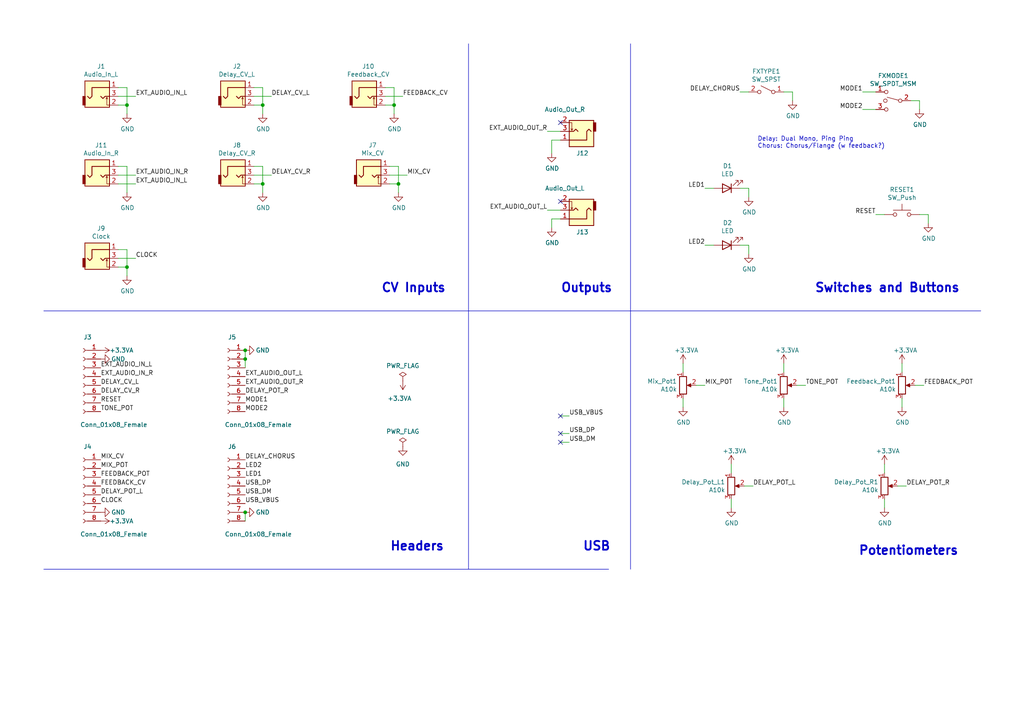
<source format=kicad_sch>
(kicad_sch (version 20230121) (generator eeschema)
  (paper "A4")
  (title_block (title "Retrospector Control Board") (company "Mountjoy Modular"))
  (lib_symbols
    (symbol "Device:LED" (pin_numbers hide) (pin_names (offset 1.016) hide)
      (property "Reference" "D" (at 0 2.54 0))
      (property "Value" "LED" (at 0 -2.54 0))
      (symbol "LED_0_1"
        (polyline (pts (xy -1.27 -1.27) (xy -1.27 1.27)) (stroke (width 0.254)))
        (polyline (pts (xy -1.27 0) (xy 1.27 0)))
        (polyline (pts (xy 1.27 -1.27) (xy 1.27 1.27) (xy -1.27 0) (xy 1.27 -1.27)) (stroke (width 0.254)))
        (polyline (pts (xy -3.048 -0.762) (xy -4.572 -2.286) (xy -3.81 -2.286) (xy -4.572 -2.286) (xy -4.572 -1.524)))
        (polyline (pts (xy -1.778 -0.762) (xy -3.302 -2.286) (xy -2.54 -2.286) (xy -3.302 -2.286) (xy -3.302 -1.524)))
      )
      (symbol "LED_1_1"
        (pin passive line (at -3.81 0 0) (length 2.54) (name "K") (number "1"))
        (pin passive line (at 3.81 0 180) (length 2.54) (name "A") (number "2"))
      )
    )
    (symbol "Retrospector_Controls-rescue:Conn_01x08_Female-Connector" (pin_names (offset 1.016) hide)
      (property "Reference" "J" (at 0 10.16 0))
      (property "Value" "Connector_Conn_01x08_Female" (at 0 -12.7 0))
      (symbol "Conn_01x08_Female-Connector_1_1"
        (arc (start 0 -9.652) (mid -0.5058 -10.16) (end 0 -10.668) (stroke (width 0.1524)))
        (arc (start 0 -7.112) (mid -0.5058 -7.62) (end 0 -8.128) (stroke (width 0.1524)))
        (arc (start 0 -4.572) (mid -0.5058 -5.08) (end 0 -5.588) (stroke (width 0.1524)))
        (arc (start 0 -2.032) (mid -0.5058 -2.54) (end 0 -3.048) (stroke (width 0.1524)))
        (polyline (pts (xy -1.27 -10.16) (xy -0.508 -10.16)) (stroke (width 0.1524)))
        (polyline (pts (xy -1.27 -7.62) (xy -0.508 -7.62)) (stroke (width 0.1524)))
        (polyline (pts (xy -1.27 -5.08) (xy -0.508 -5.08)) (stroke (width 0.1524)))
        (polyline (pts (xy -1.27 -2.54) (xy -0.508 -2.54)) (stroke (width 0.1524)))
        (polyline (pts (xy -1.27 0) (xy -0.508 0)) (stroke (width 0.1524)))
        (polyline (pts (xy -1.27 2.54) (xy -0.508 2.54)) (stroke (width 0.1524)))
        (polyline (pts (xy -1.27 5.08) (xy -0.508 5.08)) (stroke (width 0.1524)))
        (polyline (pts (xy -1.27 7.62) (xy -0.508 7.62)) (stroke (width 0.1524)))
        (arc (start 0 0.508) (mid -0.5058 0) (end 0 -0.508) (stroke (width 0.1524)))
        (arc (start 0 3.048) (mid -0.5058 2.54) (end 0 2.032) (stroke (width 0.1524)))
        (arc (start 0 5.588) (mid -0.5058 5.08) (end 0 4.572) (stroke (width 0.1524)))
        (arc (start 0 8.128) (mid -0.5058 7.62) (end 0 7.112) (stroke (width 0.1524)))
        (pin passive line (at -5.08 7.62 0) (length 3.81) (name "Pin_1") (number "1"))
        (pin passive line (at -5.08 5.08 0) (length 3.81) (name "Pin_2") (number "2"))
        (pin passive line (at -5.08 2.54 0) (length 3.81) (name "Pin_3") (number "3"))
        (pin passive line (at -5.08 0 0) (length 3.81) (name "Pin_4") (number "4"))
        (pin passive line (at -5.08 -2.54 0) (length 3.81) (name "Pin_5") (number "5"))
        (pin passive line (at -5.08 -5.08 0) (length 3.81) (name "Pin_6") (number "6"))
        (pin passive line (at -5.08 -7.62 0) (length 3.81) (name "Pin_7") (number "7"))
        (pin passive line (at -5.08 -10.16 0) (length 3.81) (name "Pin_8") (number "8"))
      )
    )
    (symbol "Retrospector_Controls-rescue:R_POT-Device" (pin_names (offset 1.016) hide)
      (property "Reference" "RV" (at -4.445 0 90))
      (property "Value" "Device_R_POT" (at -2.54 0 90))
      (symbol "R_POT-Device_0_1"
        (polyline (pts (xy 2.54 0) (xy 1.524 0)))
        (polyline (pts (xy 1.143 0) (xy 2.286 0.508) (xy 2.286 -0.508) (xy 1.143 0)) (fill (type outline)))
        (rectangle (start 1.016 2.54) (end -1.016 -2.54) (stroke (width 0.254)))
      )
      (symbol "R_POT-Device_1_1"
        (pin passive line (at 0 3.81 270) (length 1.27) (name "1") (number "1"))
        (pin passive line (at 3.81 0 180) (length 1.27) (name "2") (number "2"))
        (pin passive line (at 0 -3.81 90) (length 1.27) (name "3") (number "3"))
      )
    )
    (symbol "Switch:SW_Push" (pin_numbers hide) (pin_names (offset 1.016) hide)
      (property "Reference" "SW" (at 1.27 2.54 0))
      (property "Value" "SW_Push" (at 0 -1.524 0))
      (symbol "SW_Push_0_1"
        (circle (center -2.032 0) (radius 0.508))
        (polyline (pts (xy 0 1.27) (xy 0 3.048)))
        (polyline (pts (xy 2.54 1.27) (xy -2.54 1.27)))
        (circle (center 2.032 0) (radius 0.508))
        (pin passive line (at -5.08 0 0) (length 2.54) (name "1") (number "1"))
        (pin passive line (at 5.08 0 180) (length 2.54) (name "2") (number "2"))
      )
    )
    (symbol "Switch:SW_SPDT_MSM" (pin_names (offset 0) hide)
      (property "Reference" "SW" (at 0 5.08 0))
      (property "Value" "SW_SPDT_MSM" (at 0 -5.08 0))
      (symbol "SW_SPDT_MSM_0_0"
        (circle (center -2.032 0) (radius 0.508))
        (polyline (pts (xy -1.524 0.127) (xy 1.778 1.016)))
        (circle (center 2.032 -2.54) (radius 0.508))
      )
      (symbol "SW_SPDT_MSM_0_1"
        (circle (center 2.032 2.54) (radius 0.508))
        (circle (center 2.286 0) (radius 0.508))
      )
      (symbol "SW_SPDT_MSM_1_1"
        (pin passive line (at 5.08 2.54 180) (length 2.54) (name "1") (number "1"))
        (pin passive line (at -5.08 0 0) (length 2.54) (name "2") (number "2"))
        (pin passive line (at 5.08 -2.54 180) (length 2.54) (name "3") (number "3"))
      )
    )
    (symbol "Switch:SW_SPST" (pin_names (offset 0) hide)
      (property "Reference" "SW" (at 0 3.175 0))
      (property "Value" "SW_SPST" (at 0 -2.54 0))
      (symbol "SW_SPST_0_0"
        (circle (center -2.032 0) (radius 0.508))
        (polyline (pts (xy -1.524 0.254) (xy 1.524 1.778)))
        (circle (center 2.032 0) (radius 0.508))
      )
      (symbol "SW_SPST_1_1"
        (pin passive line (at -5.08 0 0) (length 2.54) (name "A") (number "1"))
        (pin passive line (at 5.08 0 180) (length 2.54) (name "B") (number "2"))
      )
    )
    (symbol "power:+3.3VA" (power) (pin_names (offset 0))
      (property "Value" "+3.3VA" (at 0 3.556 0))
      (symbol "+3.3VA_0_1"
        (polyline (pts (xy -0.762 1.27) (xy 0 2.54)))
        (polyline (pts (xy 0 0) (xy 0 2.54)))
        (polyline (pts (xy 0 2.54) (xy 0.762 1.27)))
      )
      (symbol "+3.3VA_1_1"
        (pin power_in line (at 0 0 90) (length 0) hide (name "+3.3VA") (number "1"))
      )
    )
    (symbol "power:GND" (power) (pin_names (offset 0))
      (property "Value" "GND" (at 0 -3.81 0))
      (symbol "GND_0_1"
        (polyline (pts (xy 0 0) (xy 0 -1.27) (xy 1.27 -1.27) (xy 0 -2.54) (xy -1.27 -1.27) (xy 0 -1.27)))
      )
      (symbol "GND_1_1"
        (pin power_in line (at 0 0 270) (length 0) hide (name "GND") (number "1"))
      )
    )
    (symbol "power:PWR_FLAG" (power) (pin_numbers hide) (pin_names (offset 0) hide)
      (property "Value" "PWR_FLAG" (at 0 3.81 0))
      (symbol "PWR_FLAG_0_0"
        (pin power_out line (at 0 0 90) (length 0) (name "pwr") (number "1"))
      )
      (symbol "PWR_FLAG_0_1"
        (polyline (pts (xy 0 0) (xy 0 1.27) (xy -1.016 1.905) (xy 0 2.54) (xy 1.016 1.905) (xy 0 1.27)))
      )
    )
    (symbol "thonkiconn:AudioJack2_Ground_Switch" (pin_names (offset 1.016))
      (property "Reference" "J" (at 0 8.89 0))
      (property "Value" "AudioJack2_Ground_Switch" (at 0 6.35 0))
      (symbol "AudioJack2_Ground_Switch_0_1"
        (rectangle (start -4.445 -2.54) (end -5.207 0) (fill (type outline)))
        (polyline (pts (xy 1.778 -0.254) (xy 2.032 -0.762)))
        (polyline (pts (xy 0 0) (xy 0.635 -0.635) (xy 1.27 0) (xy 2.54 0)) (stroke (width 0.254)))
        (polyline (pts (xy 2.54 -2.54) (xy 1.778 -2.54) (xy 1.778 -0.254) (xy 1.524 -0.762)))
        (polyline (pts (xy 2.54 2.54) (xy -2.54 2.54) (xy -2.54 0) (xy -3.175 -0.635) (xy -3.81 0)) (stroke (width 0.254)))
        (rectangle (start 2.54 -3.175) (end -4.572 4.445) (stroke (width 0.254)) (fill (type background)))
      )
      (symbol "AudioJack2_Ground_Switch_1_1"
        (pin passive line (at 5.08 2.54 180) (length 2.54) (name "~") (number "1"))
        (pin passive line (at 5.08 -2.54 180) (length 2.54) (name "~") (number "2"))
        (pin passive line (at 5.08 0 180) (length 2.54) (name "~") (number "3"))
      )
    )
  )
  (junction (at 71.12 104.14))
  (junction (at 76.2 53.34))
  (junction (at 71.12 101.6))
  (junction (at 115.57 53.34))
  (junction (at 71.12 148.59))
  (junction (at 76.2 30.48))
  (junction (at 114.3 30.48))
  (junction (at 36.83 30.48))
  (junction (at 36.83 77.47))
  (no_connect (at 162.56 125.73))
  (no_connect (at 162.56 128.27))
  (no_connect (at 162.56 58.42))
  (no_connect (at 162.56 35.56))
  (no_connect (at 162.56 120.65))
  (wire (pts (xy 34.29 74.93) (xy 39.37 74.93)))
  (wire (pts (xy 76.2 53.34) (xy 76.2 55.88)))
  (wire (pts (xy 212.09 134.62) (xy 212.09 137.16)))
  (wire (pts (xy 198.12 105.41) (xy 198.12 107.95)))
  (wire (pts (xy 73.66 30.48) (xy 76.2 30.48)))
  (wire (pts (xy 227.33 115.57) (xy 227.33 118.11)))
  (wire (pts (xy 111.76 27.94) (xy 116.84 27.94)))
  (wire (pts (xy 113.03 50.8) (xy 118.11 50.8)))
  (wire (pts (xy 162.56 125.73) (xy 165.1 125.73)))
  (polyline (pts (xy 182.88 12.7) (xy 182.88 165.1)))
  (wire (pts (xy 76.2 25.4) (xy 76.2 30.48)))
  (wire (pts (xy 34.29 27.94) (xy 39.37 27.94)))
  (wire (pts (xy 229.87 26.67) (xy 227.33 26.67)))
  (wire (pts (xy 261.62 105.41) (xy 261.62 107.95)))
  (wire (pts (xy 76.2 30.48) (xy 76.2 33.02)))
  (wire (pts (xy 266.7 62.23) (xy 269.24 62.23)))
  (wire (pts (xy 36.83 25.4) (xy 36.83 30.48)))
  (wire (pts (xy 34.29 72.39) (xy 36.83 72.39)))
  (wire (pts (xy 115.57 48.26) (xy 115.57 53.34)))
  (wire (pts (xy 34.29 30.48) (xy 36.83 30.48)))
  (wire (pts (xy 254 26.67) (xy 250.19 26.67)))
  (wire (pts (xy 212.09 144.78) (xy 212.09 147.32)))
  (wire (pts (xy 201.93 111.76) (xy 204.47 111.76)))
  (wire (pts (xy 227.33 105.41) (xy 227.33 107.95)))
  (wire (pts (xy 73.66 25.4) (xy 76.2 25.4)))
  (polyline (pts (xy 12.7 165.1) (xy 176.53 165.1)))
  (wire (pts (xy 114.3 30.48) (xy 114.3 33.02)))
  (wire (pts (xy 256.54 144.78) (xy 256.54 147.32)))
  (wire (pts (xy 73.66 27.94) (xy 78.74 27.94)))
  (wire (pts (xy 214.63 54.61) (xy 217.17 54.61)))
  (wire (pts (xy 254 31.75) (xy 250.19 31.75)))
  (wire (pts (xy 111.76 25.4) (xy 114.3 25.4)))
  (wire (pts (xy 162.56 120.65) (xy 165.1 120.65)))
  (wire (pts (xy 214.63 71.12) (xy 217.17 71.12)))
  (wire (pts (xy 254 62.23) (xy 256.54 62.23)))
  (wire (pts (xy 76.2 48.26) (xy 76.2 53.34)))
  (wire (pts (xy 36.83 77.47) (xy 36.83 80.01)))
  (wire (pts (xy 204.47 54.61) (xy 207.01 54.61)))
  (polyline (pts (xy 12.7 90.17) (xy 284.48 90.17)))
  (wire (pts (xy 217.17 26.67) (xy 214.63 26.67)))
  (wire (pts (xy 162.56 128.27) (xy 165.1 128.27)))
  (wire (pts (xy 215.9 140.97) (xy 218.44 140.97)))
  (wire (pts (xy 269.24 62.23) (xy 269.24 64.77)))
  (wire (pts (xy 162.56 60.96) (xy 158.75 60.96)))
  (wire (pts (xy 256.54 134.62) (xy 256.54 137.16)))
  (wire (pts (xy 34.29 50.8) (xy 39.37 50.8)))
  (wire (pts (xy 113.03 48.26) (xy 115.57 48.26)))
  (wire (pts (xy 73.66 53.34) (xy 76.2 53.34)))
  (wire (pts (xy 162.56 63.5) (xy 160.02 63.5)))
  (wire (pts (xy 34.29 77.47) (xy 36.83 77.47)))
  (wire (pts (xy 217.17 54.61) (xy 217.17 57.15)))
  (wire (pts (xy 111.76 30.48) (xy 114.3 30.48)))
  (wire (pts (xy 36.83 30.48) (xy 36.83 33.02)))
  (wire (pts (xy 73.66 48.26) (xy 76.2 48.26)))
  (wire (pts (xy 36.83 48.26) (xy 36.83 55.88)))
  (wire (pts (xy 229.87 26.67) (xy 229.87 29.21)))
  (wire (pts (xy 71.12 104.14) (xy 71.12 101.6)))
  (wire (pts (xy 266.7 29.21) (xy 266.7 31.75)))
  (wire (pts (xy 217.17 71.12) (xy 217.17 73.66)))
  (wire (pts (xy 162.56 38.1) (xy 158.75 38.1)))
  (wire (pts (xy 73.66 50.8) (xy 78.74 50.8)))
  (wire (pts (xy 261.62 115.57) (xy 261.62 118.11)))
  (wire (pts (xy 266.7 29.21) (xy 264.16 29.21)))
  (wire (pts (xy 198.12 115.57) (xy 198.12 118.11)))
  (wire (pts (xy 114.3 25.4) (xy 114.3 30.48)))
  (wire (pts (xy 204.47 71.12) (xy 207.01 71.12)))
  (wire (pts (xy 115.57 53.34) (xy 115.57 55.88)))
  (wire (pts (xy 34.29 25.4) (xy 36.83 25.4)))
  (polyline (pts (xy 135.89 12.7) (xy 135.89 165.1)))
  (wire (pts (xy 71.12 151.13) (xy 71.12 148.59)))
  (wire (pts (xy 36.83 72.39) (xy 36.83 77.47)))
  (wire (pts (xy 113.03 53.34) (xy 115.57 53.34)))
  (wire (pts (xy 160.02 63.5) (xy 160.02 66.04)))
  (wire (pts (xy 162.56 40.64) (xy 160.02 40.64)))
  (wire (pts (xy 231.14 111.76) (xy 233.68 111.76)))
  (wire (pts (xy 34.29 53.34) (xy 39.37 53.34)))
  (wire (pts (xy 71.12 106.68) (xy 71.12 104.14)))
  (wire (pts (xy 160.02 40.64) (xy 160.02 44.45)))
  (wire (pts (xy 265.43 111.76) (xy 267.97 111.76)))
  (wire (pts (xy 260.35 140.97) (xy 262.89 140.97)))
  (wire (pts (xy 34.29 48.26) (xy 36.83 48.26)))
  (text "Potentiometers" (at 248.92 161.29 0) (effects (font (size 2.54 2.54) (thickness 0.508) bold) (justify left bottom)))
  (text "Switches and Buttons" (at 236.22 85.09 0) (effects (font (size 2.54 2.54) (thickness 0.508) bold) (justify left bottom)))
  (text "CV Inputs" (at 110.49 85.09 0) (effects (font (size 2.54 2.54) (thickness 0.508) bold) (justify left bottom)))
  (text "Delay: Dual Mono, Ping Ping\nChorus: Chorus/Flange (w feedback?)" (at 219.71 43.18 0) (effects (font (size 1.27 1.27)) (justify left bottom)))
  (text "Headers" (at 113.03 160.02 0) (effects (font (size 2.54 2.54) (thickness 0.508) bold) (justify left bottom)))
  (text "USB" (at 168.91 160.02 0) (effects (font (size 2.54 2.54) (thickness 0.508) bold) (justify left bottom)))
  (text "Outputs" (at 162.56 85.09 0) (effects (font (size 2.54 2.54) (thickness 0.508) bold) (justify left bottom)))
  (label "LED1" (at 204.47 54.61 180))
  (label "LED1" (at 71.12 138.43 0))
  (label "EXT_AUDIO_OUT_L" (at 158.75 60.96 180))
  (label "DELAY_CV_L" (at 78.74 27.94 0))
  (label "LED2" (at 204.47 71.12 180))
  (label "USB_DM" (at 165.1 128.27 0))
  (label "MIX_CV" (at 29.21 133.35 0))
  (label "USB_DP" (at 71.12 140.97 0))
  (label "USB_DM" (at 71.12 143.51 0))
  (label "CLOCK" (at 39.37 74.93 0))
  (label "RESET" (at 29.21 116.84 0))
  (label "CLOCK" (at 29.21 146.05 0))
  (label "EXT_AUDIO_IN_R" (at 29.21 109.22 0))
  (label "EXT_AUDIO_IN_L" (at 39.37 27.94 0))
  (label "EXT_AUDIO_IN_L" (at 39.37 53.34 0))
  (label "DELAY_CHORUS" (at 71.12 133.35 0))
  (label "USB_VBUS" (at 165.1 120.65 0))
  (label "TONE_POT" (at 29.21 119.38 0))
  (label "FEEDBACK_POT" (at 267.97 111.76 0))
  (label "FEEDBACK_CV" (at 116.84 27.94 0))
  (label "DELAY_POT_L" (at 218.44 140.97 0))
  (label "TONE_POT" (at 233.68 111.76 0))
  (label "DELAY_POT_L" (at 29.21 143.51 0))
  (label "FEEDBACK_CV" (at 29.21 140.97 0))
  (label "USB_VBUS" (at 71.12 146.05 0))
  (label "LED2" (at 71.12 135.89 0))
  (label "MODE1" (at 71.12 116.84 0))
  (label "DELAY_CV_L" (at 29.21 111.76 0))
  (label "FEEDBACK_POT" (at 29.21 138.43 0))
  (label "MIX_POT" (at 29.21 135.89 0))
  (label "EXT_AUDIO_OUT_L" (at 71.12 109.22 0))
  (label "DELAY_POT_R" (at 71.12 114.3 0))
  (label "USB_DP" (at 165.1 125.73 0))
  (label "RESET" (at 254 62.23 180))
  (label "DELAY_POT_R" (at 262.89 140.97 0))
  (label "MODE1" (at 250.19 26.67 180))
  (label "DELAY_CV_R" (at 78.74 50.8 0))
  (label "MIX_POT" (at 204.47 111.76 0))
  (label "MODE2" (at 250.19 31.75 180))
  (label "DELAY_CV_R" (at 29.21 114.3 0))
  (label "EXT_AUDIO_OUT_R" (at 158.75 38.1 180))
  (label "MIX_CV" (at 118.11 50.8 0))
  (label "EXT_AUDIO_IN_R" (at 39.37 50.8 0))
  (label "EXT_AUDIO_IN_L" (at 29.21 106.68 0))
  (label "DELAY_CHORUS" (at 214.63 26.67 180))
  (label "EXT_AUDIO_OUT_R" (at 71.12 111.76 0))
  (label "MODE2" (at 71.12 119.38 0))
  (symbol (lib_id "Retrospector_Controls-rescue:R_POT-Device") (at 198.12 111.76 0) (unit 1)
    (property "Reference" "Mix_Pot1" (at 196.3674 110.5916 0) (effects (justify right)))
    (property "Value" "A10k" (at 196.3674 112.903 0) (effects (justify right)))
    (property "Footprint" "Custom_Footprints:Alpha_9mm_Potentiometer" (effects hide))
  )
  (symbol (lib_id "power:+3.3VA") (at 198.12 105.41 0) (unit 1)
    (property "Reference" "#PWR019" (effects hide))
    (property "Value" "+3.3VA" (at 195.58 101.6 0) (effects (justify left)))
  )
  (symbol (lib_id "power:GND") (at 198.12 118.11 0) (unit 1)
    (property "Reference" "#PWR022" (effects hide))
    (property "Value" "GND" (at 198.247 122.5042 0))
  )
  (symbol (lib_id "power:PWR_FLAG") (at 116.84 110.49 0) (unit 1)
    (property "Reference" "#FLG0101" (effects hide))
    (property "Value" "PWR_FLAG" (at 116.84 106.0958 0))
  )
  (symbol (lib_id "power:+3.3VA") (at 116.84 110.49 180) (unit 1)
    (property "Reference" "#PWR0101" (effects hide))
    (property "Value" "+3.3VA" (at 119.38 115.57 0) (effects (justify left)))
  )
  (symbol (lib_id "Retrospector_Controls-rescue:R_POT-Device") (at 227.33 111.76 0) (unit 1)
    (property "Reference" "Tone_Pot1" (at 225.5774 110.5916 0) (effects (justify right)))
    (property "Value" "A10k" (at 225.5774 112.903 0) (effects (justify right)))
    (property "Footprint" "Custom_Footprints:Alpha_9mm_Potentiometer" (effects hide))
  )
  (symbol (lib_id "power:+3.3VA") (at 227.33 105.41 0) (unit 1)
    (property "Reference" "#PWR020" (effects hide))
    (property "Value" "+3.3VA" (at 224.79 101.6 0) (effects (justify left)))
  )
  (symbol (lib_id "power:GND") (at 227.33 118.11 0) (unit 1)
    (property "Reference" "#PWR023" (effects hide))
    (property "Value" "GND" (at 227.457 122.5042 0))
  )
  (symbol (lib_id "Retrospector_Controls-rescue:R_POT-Device") (at 261.62 111.76 0) (unit 1)
    (property "Reference" "Feedback_Pot1" (at 259.8674 110.5916 0) (effects (justify right)))
    (property "Value" "A10k" (at 259.8674 112.903 0) (effects (justify right)))
    (property "Footprint" "Custom_Footprints:Alpha_9mm_Potentiometer" (effects hide))
  )
  (symbol (lib_id "power:+3.3VA") (at 261.62 105.41 0) (unit 1)
    (property "Reference" "#PWR021" (effects hide))
    (property "Value" "+3.3VA" (at 259.08 101.6 0) (effects (justify left)))
  )
  (symbol (lib_id "power:GND") (at 261.62 118.11 0) (unit 1)
    (property "Reference" "#PWR024" (effects hide))
    (property "Value" "GND" (at 261.747 122.5042 0))
  )
  (symbol (lib_id "Retrospector_Controls-rescue:R_POT-Device") (at 212.09 140.97 0) (unit 1)
    (property "Reference" "Delay_Pot_L1" (at 210.3374 139.8016 0) (effects (justify right)))
    (property "Value" "A10k" (at 210.3374 142.113 0) (effects (justify right)))
    (property "Footprint" "Custom_Footprints:Alpha_9mm_Potentiometer" (effects hide))
  )
  (symbol (lib_id "power:+3.3VA") (at 212.09 134.62 0) (unit 1)
    (property "Reference" "#PWR025" (effects hide))
    (property "Value" "+3.3VA" (at 209.55 130.81 0) (effects (justify left)))
  )
  (symbol (lib_id "power:GND") (at 212.09 147.32 0) (unit 1)
    (property "Reference" "#PWR028" (effects hide))
    (property "Value" "GND" (at 212.217 151.7142 0))
  )
  (symbol (lib_id "Retrospector_Controls-rescue:R_POT-Device") (at 256.54 140.97 0) (unit 1)
    (property "Reference" "Delay_Pot_R1" (at 254.7874 139.8016 0) (effects (justify right)))
    (property "Value" "A10k" (at 254.7874 142.113 0) (effects (justify right)))
    (property "Footprint" "Custom_Footprints:Alpha_9mm_Potentiometer" (effects hide))
  )
  (symbol (lib_id "power:+3.3VA") (at 256.54 134.62 0) (unit 1)
    (property "Reference" "#PWR026" (effects hide))
    (property "Value" "+3.3VA" (at 254 130.81 0) (effects (justify left)))
  )
  (symbol (lib_id "power:GND") (at 256.54 147.32 0) (unit 1)
    (property "Reference" "#PWR029" (effects hide))
    (property "Value" "GND" (at 256.667 151.7142 0))
  )
  (symbol (lib_id "thonkiconn:AudioJack2_Ground_Switch") (at 29.21 27.94 0) (unit 1)
    (property "Reference" "J1" (at 29.337 19.2532 0))
    (property "Value" "Audio_In_L" (at 29.337 21.5646 0))
    (property "Footprint" "Custom_Footprints:THONKICONN_hole" (effects hide))
  )
  (symbol (lib_id "power:GND") (at 36.83 33.02 0) (unit 1)
    (property "Reference" "#PWR03" (effects hide))
    (property "Value" "GND" (at 36.957 37.4142 0))
  )
  (symbol (lib_id "thonkiconn:AudioJack2_Ground_Switch") (at 29.21 50.8 0) (unit 1)
    (property "Reference" "J11" (at 29.337 42.1132 0))
    (property "Value" "Audio_In_R" (at 29.337 44.4246 0))
    (property "Footprint" "Custom_Footprints:THONKICONN_hole" (effects hide))
  )
  (symbol (lib_id "power:GND") (at 36.83 55.88 0) (unit 1)
    (property "Reference" "#PWR07" (effects hide))
    (property "Value" "GND" (at 36.957 60.2742 0))
  )
  (symbol (lib_id "thonkiconn:AudioJack2_Ground_Switch") (at 68.58 27.94 0) (unit 1)
    (property "Reference" "J2" (at 68.707 19.2532 0))
    (property "Value" "Delay_CV_L" (at 68.707 21.5646 0))
    (property "Footprint" "Custom_Footprints:THONKICONN_hole" (effects hide))
  )
  (symbol (lib_id "power:GND") (at 76.2 33.02 0) (unit 1)
    (property "Reference" "#PWR04" (effects hide))
    (property "Value" "GND" (at 76.327 37.4142 0))
  )
  (symbol (lib_id "thonkiconn:AudioJack2_Ground_Switch") (at 68.58 50.8 0) (unit 1)
    (property "Reference" "J8" (at 68.707 42.1132 0))
    (property "Value" "Delay_CV_R" (at 68.707 44.4246 0))
    (property "Footprint" "Custom_Footprints:THONKICONN_hole" (effects hide))
  )
  (symbol (lib_id "power:GND") (at 76.2 55.88 0) (unit 1)
    (property "Reference" "#PWR08" (effects hide))
    (property "Value" "GND" (at 76.327 60.2742 0))
  )
  (symbol (lib_id "thonkiconn:AudioJack2_Ground_Switch") (at 107.95 50.8 0) (unit 1)
    (property "Reference" "J7" (at 108.077 42.1132 0))
    (property "Value" "Mix_CV" (at 108.077 44.4246 0))
    (property "Footprint" "Custom_Footprints:THONKICONN_hole" (effects hide))
  )
  (symbol (lib_id "power:GND") (at 115.57 55.88 0) (unit 1)
    (property "Reference" "#PWR09" (effects hide))
    (property "Value" "GND" (at 115.697 60.2742 0))
  )
  (symbol (lib_id "thonkiconn:AudioJack2_Ground_Switch") (at 106.68 27.94 0) (unit 1)
    (property "Reference" "J10" (at 106.807 19.2532 0))
    (property "Value" "Feedback_CV" (at 106.807 21.5646 0))
    (property "Footprint" "Custom_Footprints:THONKICONN_hole" (effects hide))
  )
  (symbol (lib_id "power:GND") (at 114.3 33.02 0) (unit 1)
    (property "Reference" "#PWR05" (effects hide))
    (property "Value" "GND" (at 114.427 37.4142 0))
  )
  (symbol (lib_id "thonkiconn:AudioJack2_Ground_Switch") (at 167.64 60.96 180) (unit 1)
    (property "Reference" "J13" (at 168.91 67.31 0))
    (property "Value" "Audio_Out_L" (at 163.83 54.61 0))
    (property "Footprint" "Custom_Footprints:THONKICONN_hole" (effects hide))
  )
  (symbol (lib_id "power:GND") (at 160.02 66.04 0) (unit 1)
    (property "Reference" "#PWR010" (effects hide))
    (property "Value" "GND" (at 160.147 70.4342 0))
  )
  (symbol (lib_id "thonkiconn:AudioJack2_Ground_Switch") (at 167.64 38.1 180) (unit 1)
    (property "Reference" "J12" (at 168.91 44.45 0))
    (property "Value" "Audio_Out_R" (at 163.83 31.75 0))
    (property "Footprint" "Custom_Footprints:THONKICONN_hole" (effects hide))
  )
  (symbol (lib_id "power:GND") (at 160.02 44.45 0) (unit 1)
    (property "Reference" "#PWR06" (effects hide))
    (property "Value" "GND" (at 160.147 48.8442 0))
  )
  (symbol (lib_id "Switch:SW_Push") (at 261.62 62.23 0) (unit 1)
    (property "Reference" "RESET1" (at 261.62 54.991 0))
    (property "Value" "SW_Push" (at 261.62 57.3024 0))
    (property "Footprint" "Buttons_Switches_THT:SW_PUSH_6mm" (effects hide))
  )
  (symbol (lib_id "power:GND") (at 266.7 31.75 0) (unit 1)
    (property "Reference" "#PWR02" (effects hide))
    (property "Value" "GND" (at 266.827 36.1442 0))
  )
  (symbol (lib_id "power:GND") (at 229.87 29.21 0) (unit 1)
    (property "Reference" "#PWR01" (effects hide))
    (property "Value" "GND" (at 229.997 33.6042 0))
  )
  (symbol (lib_id "power:GND") (at 269.24 64.77 0) (unit 1)
    (property "Reference" "#PWR012" (effects hide))
    (property "Value" "GND" (at 269.367 69.1642 0))
  )
  (symbol (lib_id "thonkiconn:AudioJack2_Ground_Switch") (at 29.21 74.93 0) (unit 1)
    (property "Reference" "J9" (at 29.337 66.2432 0))
    (property "Value" "Clock" (at 29.337 68.5546 0))
    (property "Footprint" "Custom_Footprints:THONKICONN_hole" (effects hide))
  )
  (symbol (lib_id "power:GND") (at 36.83 80.01 0) (unit 1)
    (property "Reference" "#PWR014" (effects hide))
    (property "Value" "GND" (at 36.957 84.4042 0))
  )
  (symbol (lib_id "Device:LED") (at 210.82 54.61 180) (unit 1)
    (property "Reference" "D1" (at 210.9978 48.133 0))
    (property "Value" "LED" (at 210.9978 50.4444 0))
    (property "Footprint" "LEDs:LED_D3.0mm" (effects hide))
  )
  (symbol (lib_id "Device:LED") (at 210.82 71.12 180) (unit 1)
    (property "Reference" "D2" (at 210.9978 64.643 0))
    (property "Value" "LED" (at 210.9978 66.9544 0))
    (property "Footprint" "LEDs:LED_D3.0mm" (effects hide))
  )
  (symbol (lib_id "power:GND") (at 217.17 57.15 0) (unit 1)
    (property "Reference" "#PWR011" (effects hide))
    (property "Value" "GND" (at 217.297 61.5442 0))
  )
  (symbol (lib_id "power:GND") (at 217.17 73.66 0) (unit 1)
    (property "Reference" "#PWR013" (effects hide))
    (property "Value" "GND" (at 217.297 78.0542 0))
  )
  (symbol (lib_id "power:GND") (at 29.21 104.14 90) (unit 1)
    (property "Reference" "#PWR018" (effects hide))
    (property "Value" "GND" (at 34.29 104.14 90))
  )
  (symbol (lib_id "power:GND") (at 116.84 129.54 0) (unit 1)
    (property "Reference" "#PWR0102" (effects hide))
    (property "Value" "GND" (at 116.84 134.62 0))
  )
  (symbol (lib_id "power:PWR_FLAG") (at 116.84 129.54 0) (unit 1)
    (property "Reference" "#FLG0102" (effects hide))
    (property "Value" "PWR_FLAG" (at 116.84 125.1458 0))
  )
  (symbol (lib_id "Retrospector_Controls-rescue:Conn_01x08_Female-Connector") (at 24.13 109.22 0) (mirror y) (unit 1)
    (property "Reference" "J3" (at 25.4 97.79 0))
    (property "Value" "Conn_01x08_Female" (at 33.02 123.19 0))
    (property "Footprint" "Socket_Strips:Socket_Strip_Straight_1x08_Pitch2.54mm" (effects hide))
  )
  (symbol (lib_id "Retrospector_Controls-rescue:Conn_01x08_Female-Connector") (at 24.13 140.97 0) (mirror y) (unit 1)
    (property "Reference" "J4" (at 25.4 129.54 0))
    (property "Value" "Conn_01x08_Female" (at 33.02 154.94 0))
    (property "Footprint" "Socket_Strips:Socket_Strip_Straight_1x08_Pitch2.54mm" (effects hide))
  )
  (symbol (lib_id "Retrospector_Controls-rescue:Conn_01x08_Female-Connector") (at 66.04 140.97 0) (mirror y) (unit 1)
    (property "Reference" "J6" (at 67.31 129.54 0))
    (property "Value" "Conn_01x08_Female" (at 74.93 154.94 0))
    (property "Footprint" "Socket_Strips:Socket_Strip_Straight_1x08_Pitch2.54mm" (effects hide))
  )
  (symbol (lib_id "Retrospector_Controls-rescue:Conn_01x08_Female-Connector") (at 66.04 109.22 0) (mirror y) (unit 1)
    (property "Reference" "J5" (at 67.31 97.79 0))
    (property "Value" "Conn_01x08_Female" (at 74.93 123.19 0))
    (property "Footprint" "Socket_Strips:Socket_Strip_Straight_1x08_Pitch2.54mm" (effects hide))
  )
  (symbol (lib_id "power:GND") (at 71.12 101.6 90) (unit 1)
    (property "Reference" "#PWR016" (effects hide))
    (property "Value" "GND" (at 76.2 101.6 90))
  )
  (symbol (lib_id "power:GND") (at 29.21 148.59 90) (unit 1)
    (property "Reference" "#PWR030" (effects hide))
    (property "Value" "GND" (at 34.29 148.59 90))
  )
  (symbol (lib_id "power:GND") (at 71.12 148.59 90) (unit 1)
    (property "Reference" "#PWR031" (effects hide))
    (property "Value" "GND" (at 76.2 148.59 90))
  )
  (symbol (lib_id "power:+3.3VA") (at 29.21 151.13 270) (unit 1)
    (property "Reference" "#PWR032" (effects hide))
    (property "Value" "+3.3VA" (at 31.75 151.13 90) (effects (justify left)))
  )
  (symbol (lib_id "power:+3.3VA") (at 29.21 101.6 270) (unit 1)
    (property "Reference" "#PWR015" (effects hide))
    (property "Value" "+3.3VA" (at 31.75 101.6 90) (effects (justify left)))
  )
  (symbol (lib_id "Switch:SW_SPST") (at 222.25 26.67 0) (mirror y) (unit 1)
    (property "Reference" "FXTYPE1" (at 222.25 20.701 0))
    (property "Value" "SW_SPST" (at 222.25 23.0124 0))
    (property "Footprint" "Custom_Footprints:SPDTSubMiniature" (effects hide))
  )
  (symbol (lib_id "Switch:SW_SPDT_MSM") (at 259.08 29.21 0) (mirror y) (unit 1)
    (property "Reference" "FXMODE1" (at 259.08 21.971 0))
    (property "Value" "SW_SPDT_MSM" (at 259.08 24.2824 0))
    (property "Footprint" "Custom_Footprints:SPDTSubMiniature" (effects hide))
  )
)
</source>
